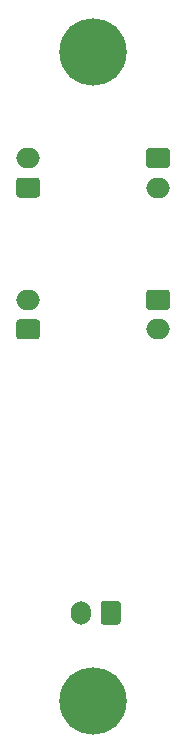
<source format=gts>
G04 #@! TF.GenerationSoftware,KiCad,Pcbnew,5.1.9+dfsg1-1*
G04 #@! TF.CreationDate,2023-01-27T16:31:19+09:00*
G04 #@! TF.ProjectId,quadtopus-thermistor,71756164-746f-4707-9573-2d746865726d,rev?*
G04 #@! TF.SameCoordinates,Original*
G04 #@! TF.FileFunction,Soldermask,Top*
G04 #@! TF.FilePolarity,Negative*
%FSLAX46Y46*%
G04 Gerber Fmt 4.6, Leading zero omitted, Abs format (unit mm)*
G04 Created by KiCad (PCBNEW 5.1.9+dfsg1-1) date 2023-01-27 16:31:19*
%MOMM*%
%LPD*%
G01*
G04 APERTURE LIST*
%ADD10C,5.700000*%
%ADD11O,1.700000X2.000000*%
%ADD12O,2.000000X1.700000*%
G04 APERTURE END LIST*
D10*
X132000000Y-137500000D03*
X132000000Y-82500000D03*
G36*
G01*
X134350000Y-129250000D02*
X134350000Y-130750000D01*
G75*
G02*
X134100000Y-131000000I-250000J0D01*
G01*
X132900000Y-131000000D01*
G75*
G02*
X132650000Y-130750000I0J250000D01*
G01*
X132650000Y-129250000D01*
G75*
G02*
X132900000Y-129000000I250000J0D01*
G01*
X134100000Y-129000000D01*
G75*
G02*
X134350000Y-129250000I0J-250000D01*
G01*
G37*
D11*
X131000000Y-130000000D03*
G36*
G01*
X136750000Y-102650000D02*
X138250000Y-102650000D01*
G75*
G02*
X138500000Y-102900000I0J-250000D01*
G01*
X138500000Y-104100000D01*
G75*
G02*
X138250000Y-104350000I-250000J0D01*
G01*
X136750000Y-104350000D01*
G75*
G02*
X136500000Y-104100000I0J250000D01*
G01*
X136500000Y-102900000D01*
G75*
G02*
X136750000Y-102650000I250000J0D01*
G01*
G37*
D12*
X137500000Y-106000000D03*
X126500000Y-91500000D03*
G36*
G01*
X127250000Y-94850000D02*
X125750000Y-94850000D01*
G75*
G02*
X125500000Y-94600000I0J250000D01*
G01*
X125500000Y-93400000D01*
G75*
G02*
X125750000Y-93150000I250000J0D01*
G01*
X127250000Y-93150000D01*
G75*
G02*
X127500000Y-93400000I0J-250000D01*
G01*
X127500000Y-94600000D01*
G75*
G02*
X127250000Y-94850000I-250000J0D01*
G01*
G37*
G36*
G01*
X127250000Y-106850000D02*
X125750000Y-106850000D01*
G75*
G02*
X125500000Y-106600000I0J250000D01*
G01*
X125500000Y-105400000D01*
G75*
G02*
X125750000Y-105150000I250000J0D01*
G01*
X127250000Y-105150000D01*
G75*
G02*
X127500000Y-105400000I0J-250000D01*
G01*
X127500000Y-106600000D01*
G75*
G02*
X127250000Y-106850000I-250000J0D01*
G01*
G37*
X126500000Y-103500000D03*
X137500000Y-94000000D03*
G36*
G01*
X136750000Y-90650000D02*
X138250000Y-90650000D01*
G75*
G02*
X138500000Y-90900000I0J-250000D01*
G01*
X138500000Y-92100000D01*
G75*
G02*
X138250000Y-92350000I-250000J0D01*
G01*
X136750000Y-92350000D01*
G75*
G02*
X136500000Y-92100000I0J250000D01*
G01*
X136500000Y-90900000D01*
G75*
G02*
X136750000Y-90650000I250000J0D01*
G01*
G37*
M02*

</source>
